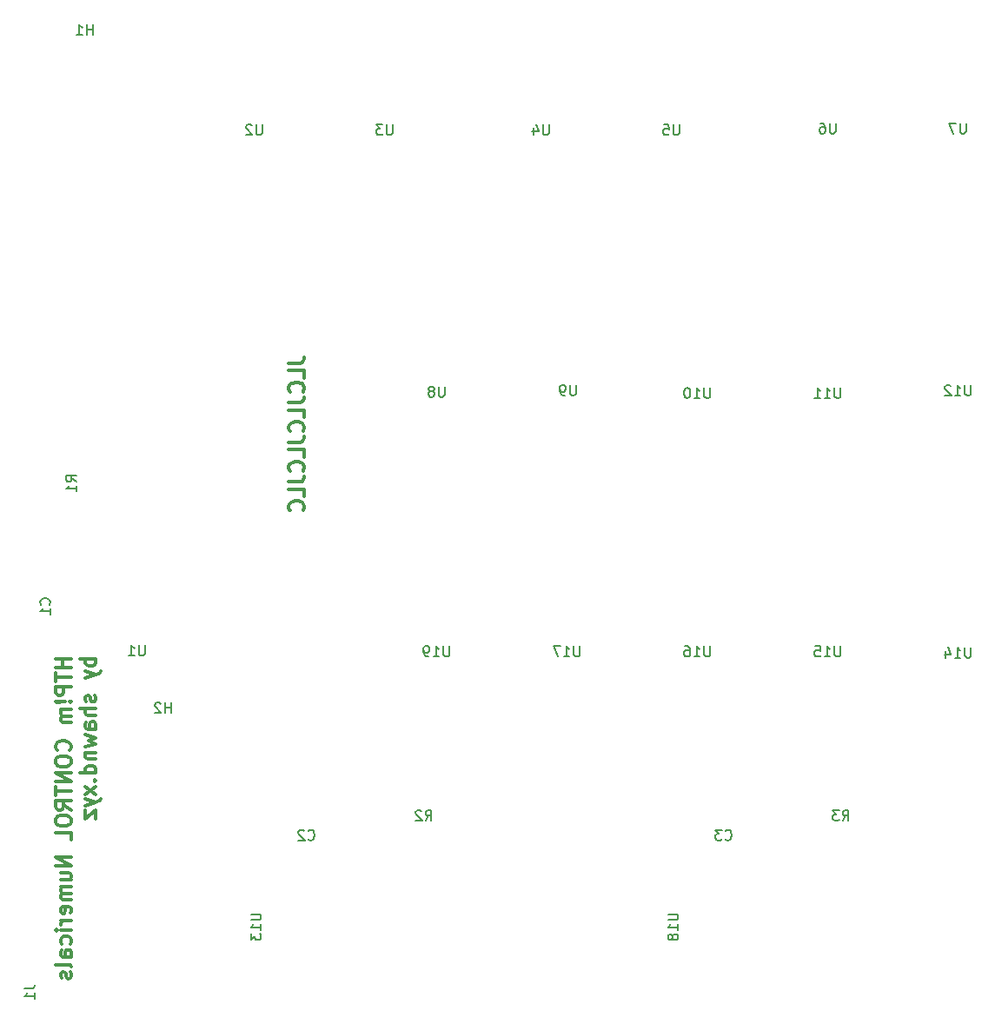
<source format=gbo>
%TF.GenerationSoftware,KiCad,Pcbnew,7.0.8*%
%TF.CreationDate,2023-10-10T01:09:48-07:00*%
%TF.ProjectId,htpm_control_numericals,6874706d-5f63-46f6-9e74-726f6c5f6e75,1*%
%TF.SameCoordinates,Original*%
%TF.FileFunction,Legend,Bot*%
%TF.FilePolarity,Positive*%
%FSLAX46Y46*%
G04 Gerber Fmt 4.6, Leading zero omitted, Abs format (unit mm)*
G04 Created by KiCad (PCBNEW 7.0.8) date 2023-10-10 01:09:48*
%MOMM*%
%LPD*%
G01*
G04 APERTURE LIST*
%ADD10C,0.300000*%
%ADD11C,0.150000*%
G04 APERTURE END LIST*
D10*
X121490828Y-75913082D02*
X122562257Y-75913082D01*
X122562257Y-75913082D02*
X122776542Y-75841653D01*
X122776542Y-75841653D02*
X122919400Y-75698796D01*
X122919400Y-75698796D02*
X122990828Y-75484510D01*
X122990828Y-75484510D02*
X122990828Y-75341653D01*
X122990828Y-77341653D02*
X122990828Y-76627367D01*
X122990828Y-76627367D02*
X121490828Y-76627367D01*
X122847971Y-78698796D02*
X122919400Y-78627368D01*
X122919400Y-78627368D02*
X122990828Y-78413082D01*
X122990828Y-78413082D02*
X122990828Y-78270225D01*
X122990828Y-78270225D02*
X122919400Y-78055939D01*
X122919400Y-78055939D02*
X122776542Y-77913082D01*
X122776542Y-77913082D02*
X122633685Y-77841653D01*
X122633685Y-77841653D02*
X122347971Y-77770225D01*
X122347971Y-77770225D02*
X122133685Y-77770225D01*
X122133685Y-77770225D02*
X121847971Y-77841653D01*
X121847971Y-77841653D02*
X121705114Y-77913082D01*
X121705114Y-77913082D02*
X121562257Y-78055939D01*
X121562257Y-78055939D02*
X121490828Y-78270225D01*
X121490828Y-78270225D02*
X121490828Y-78413082D01*
X121490828Y-78413082D02*
X121562257Y-78627368D01*
X121562257Y-78627368D02*
X121633685Y-78698796D01*
X121490828Y-79770225D02*
X122562257Y-79770225D01*
X122562257Y-79770225D02*
X122776542Y-79698796D01*
X122776542Y-79698796D02*
X122919400Y-79555939D01*
X122919400Y-79555939D02*
X122990828Y-79341653D01*
X122990828Y-79341653D02*
X122990828Y-79198796D01*
X122990828Y-81198796D02*
X122990828Y-80484510D01*
X122990828Y-80484510D02*
X121490828Y-80484510D01*
X122847971Y-82555939D02*
X122919400Y-82484511D01*
X122919400Y-82484511D02*
X122990828Y-82270225D01*
X122990828Y-82270225D02*
X122990828Y-82127368D01*
X122990828Y-82127368D02*
X122919400Y-81913082D01*
X122919400Y-81913082D02*
X122776542Y-81770225D01*
X122776542Y-81770225D02*
X122633685Y-81698796D01*
X122633685Y-81698796D02*
X122347971Y-81627368D01*
X122347971Y-81627368D02*
X122133685Y-81627368D01*
X122133685Y-81627368D02*
X121847971Y-81698796D01*
X121847971Y-81698796D02*
X121705114Y-81770225D01*
X121705114Y-81770225D02*
X121562257Y-81913082D01*
X121562257Y-81913082D02*
X121490828Y-82127368D01*
X121490828Y-82127368D02*
X121490828Y-82270225D01*
X121490828Y-82270225D02*
X121562257Y-82484511D01*
X121562257Y-82484511D02*
X121633685Y-82555939D01*
X121490828Y-83627368D02*
X122562257Y-83627368D01*
X122562257Y-83627368D02*
X122776542Y-83555939D01*
X122776542Y-83555939D02*
X122919400Y-83413082D01*
X122919400Y-83413082D02*
X122990828Y-83198796D01*
X122990828Y-83198796D02*
X122990828Y-83055939D01*
X122990828Y-85055939D02*
X122990828Y-84341653D01*
X122990828Y-84341653D02*
X121490828Y-84341653D01*
X122847971Y-86413082D02*
X122919400Y-86341654D01*
X122919400Y-86341654D02*
X122990828Y-86127368D01*
X122990828Y-86127368D02*
X122990828Y-85984511D01*
X122990828Y-85984511D02*
X122919400Y-85770225D01*
X122919400Y-85770225D02*
X122776542Y-85627368D01*
X122776542Y-85627368D02*
X122633685Y-85555939D01*
X122633685Y-85555939D02*
X122347971Y-85484511D01*
X122347971Y-85484511D02*
X122133685Y-85484511D01*
X122133685Y-85484511D02*
X121847971Y-85555939D01*
X121847971Y-85555939D02*
X121705114Y-85627368D01*
X121705114Y-85627368D02*
X121562257Y-85770225D01*
X121562257Y-85770225D02*
X121490828Y-85984511D01*
X121490828Y-85984511D02*
X121490828Y-86127368D01*
X121490828Y-86127368D02*
X121562257Y-86341654D01*
X121562257Y-86341654D02*
X121633685Y-86413082D01*
X121490828Y-87484511D02*
X122562257Y-87484511D01*
X122562257Y-87484511D02*
X122776542Y-87413082D01*
X122776542Y-87413082D02*
X122919400Y-87270225D01*
X122919400Y-87270225D02*
X122990828Y-87055939D01*
X122990828Y-87055939D02*
X122990828Y-86913082D01*
X122990828Y-88913082D02*
X122990828Y-88198796D01*
X122990828Y-88198796D02*
X121490828Y-88198796D01*
X122847971Y-90270225D02*
X122919400Y-90198797D01*
X122919400Y-90198797D02*
X122990828Y-89984511D01*
X122990828Y-89984511D02*
X122990828Y-89841654D01*
X122990828Y-89841654D02*
X122919400Y-89627368D01*
X122919400Y-89627368D02*
X122776542Y-89484511D01*
X122776542Y-89484511D02*
X122633685Y-89413082D01*
X122633685Y-89413082D02*
X122347971Y-89341654D01*
X122347971Y-89341654D02*
X122133685Y-89341654D01*
X122133685Y-89341654D02*
X121847971Y-89413082D01*
X121847971Y-89413082D02*
X121705114Y-89484511D01*
X121705114Y-89484511D02*
X121562257Y-89627368D01*
X121562257Y-89627368D02*
X121490828Y-89841654D01*
X121490828Y-89841654D02*
X121490828Y-89984511D01*
X121490828Y-89984511D02*
X121562257Y-90198797D01*
X121562257Y-90198797D02*
X121633685Y-90270225D01*
X100255828Y-104694510D02*
X98755828Y-104694510D01*
X99470114Y-104694510D02*
X99470114Y-105551653D01*
X100255828Y-105551653D02*
X98755828Y-105551653D01*
X98755828Y-106051654D02*
X98755828Y-106908797D01*
X100255828Y-106480225D02*
X98755828Y-106480225D01*
X100255828Y-107408796D02*
X98755828Y-107408796D01*
X98755828Y-107408796D02*
X98755828Y-107980225D01*
X98755828Y-107980225D02*
X98827257Y-108123082D01*
X98827257Y-108123082D02*
X98898685Y-108194511D01*
X98898685Y-108194511D02*
X99041542Y-108265939D01*
X99041542Y-108265939D02*
X99255828Y-108265939D01*
X99255828Y-108265939D02*
X99398685Y-108194511D01*
X99398685Y-108194511D02*
X99470114Y-108123082D01*
X99470114Y-108123082D02*
X99541542Y-107980225D01*
X99541542Y-107980225D02*
X99541542Y-107408796D01*
X100112971Y-108908796D02*
X100184400Y-108980225D01*
X100184400Y-108980225D02*
X100255828Y-108908796D01*
X100255828Y-108908796D02*
X100184400Y-108837368D01*
X100184400Y-108837368D02*
X100112971Y-108908796D01*
X100112971Y-108908796D02*
X100255828Y-108908796D01*
X99684400Y-108908796D02*
X98827257Y-108837368D01*
X98827257Y-108837368D02*
X98755828Y-108908796D01*
X98755828Y-108908796D02*
X98827257Y-108980225D01*
X98827257Y-108980225D02*
X99684400Y-108908796D01*
X99684400Y-108908796D02*
X98755828Y-108908796D01*
X100255828Y-109623082D02*
X99255828Y-109623082D01*
X99398685Y-109623082D02*
X99327257Y-109694511D01*
X99327257Y-109694511D02*
X99255828Y-109837368D01*
X99255828Y-109837368D02*
X99255828Y-110051654D01*
X99255828Y-110051654D02*
X99327257Y-110194511D01*
X99327257Y-110194511D02*
X99470114Y-110265940D01*
X99470114Y-110265940D02*
X100255828Y-110265940D01*
X99470114Y-110265940D02*
X99327257Y-110337368D01*
X99327257Y-110337368D02*
X99255828Y-110480225D01*
X99255828Y-110480225D02*
X99255828Y-110694511D01*
X99255828Y-110694511D02*
X99327257Y-110837368D01*
X99327257Y-110837368D02*
X99470114Y-110908797D01*
X99470114Y-110908797D02*
X100255828Y-110908797D01*
X100112971Y-113623082D02*
X100184400Y-113551654D01*
X100184400Y-113551654D02*
X100255828Y-113337368D01*
X100255828Y-113337368D02*
X100255828Y-113194511D01*
X100255828Y-113194511D02*
X100184400Y-112980225D01*
X100184400Y-112980225D02*
X100041542Y-112837368D01*
X100041542Y-112837368D02*
X99898685Y-112765939D01*
X99898685Y-112765939D02*
X99612971Y-112694511D01*
X99612971Y-112694511D02*
X99398685Y-112694511D01*
X99398685Y-112694511D02*
X99112971Y-112765939D01*
X99112971Y-112765939D02*
X98970114Y-112837368D01*
X98970114Y-112837368D02*
X98827257Y-112980225D01*
X98827257Y-112980225D02*
X98755828Y-113194511D01*
X98755828Y-113194511D02*
X98755828Y-113337368D01*
X98755828Y-113337368D02*
X98827257Y-113551654D01*
X98827257Y-113551654D02*
X98898685Y-113623082D01*
X98755828Y-114551654D02*
X98755828Y-114837368D01*
X98755828Y-114837368D02*
X98827257Y-114980225D01*
X98827257Y-114980225D02*
X98970114Y-115123082D01*
X98970114Y-115123082D02*
X99255828Y-115194511D01*
X99255828Y-115194511D02*
X99755828Y-115194511D01*
X99755828Y-115194511D02*
X100041542Y-115123082D01*
X100041542Y-115123082D02*
X100184400Y-114980225D01*
X100184400Y-114980225D02*
X100255828Y-114837368D01*
X100255828Y-114837368D02*
X100255828Y-114551654D01*
X100255828Y-114551654D02*
X100184400Y-114408797D01*
X100184400Y-114408797D02*
X100041542Y-114265939D01*
X100041542Y-114265939D02*
X99755828Y-114194511D01*
X99755828Y-114194511D02*
X99255828Y-114194511D01*
X99255828Y-114194511D02*
X98970114Y-114265939D01*
X98970114Y-114265939D02*
X98827257Y-114408797D01*
X98827257Y-114408797D02*
X98755828Y-114551654D01*
X100255828Y-115837368D02*
X98755828Y-115837368D01*
X98755828Y-115837368D02*
X100255828Y-116694511D01*
X100255828Y-116694511D02*
X98755828Y-116694511D01*
X98755828Y-117194512D02*
X98755828Y-118051655D01*
X100255828Y-117623083D02*
X98755828Y-117623083D01*
X100255828Y-119408797D02*
X99541542Y-118908797D01*
X100255828Y-118551654D02*
X98755828Y-118551654D01*
X98755828Y-118551654D02*
X98755828Y-119123083D01*
X98755828Y-119123083D02*
X98827257Y-119265940D01*
X98827257Y-119265940D02*
X98898685Y-119337369D01*
X98898685Y-119337369D02*
X99041542Y-119408797D01*
X99041542Y-119408797D02*
X99255828Y-119408797D01*
X99255828Y-119408797D02*
X99398685Y-119337369D01*
X99398685Y-119337369D02*
X99470114Y-119265940D01*
X99470114Y-119265940D02*
X99541542Y-119123083D01*
X99541542Y-119123083D02*
X99541542Y-118551654D01*
X98755828Y-120337369D02*
X98755828Y-120623083D01*
X98755828Y-120623083D02*
X98827257Y-120765940D01*
X98827257Y-120765940D02*
X98970114Y-120908797D01*
X98970114Y-120908797D02*
X99255828Y-120980226D01*
X99255828Y-120980226D02*
X99755828Y-120980226D01*
X99755828Y-120980226D02*
X100041542Y-120908797D01*
X100041542Y-120908797D02*
X100184400Y-120765940D01*
X100184400Y-120765940D02*
X100255828Y-120623083D01*
X100255828Y-120623083D02*
X100255828Y-120337369D01*
X100255828Y-120337369D02*
X100184400Y-120194512D01*
X100184400Y-120194512D02*
X100041542Y-120051654D01*
X100041542Y-120051654D02*
X99755828Y-119980226D01*
X99755828Y-119980226D02*
X99255828Y-119980226D01*
X99255828Y-119980226D02*
X98970114Y-120051654D01*
X98970114Y-120051654D02*
X98827257Y-120194512D01*
X98827257Y-120194512D02*
X98755828Y-120337369D01*
X100255828Y-122337369D02*
X100255828Y-121623083D01*
X100255828Y-121623083D02*
X98755828Y-121623083D01*
X100255828Y-123980226D02*
X98755828Y-123980226D01*
X98755828Y-123980226D02*
X100255828Y-124837369D01*
X100255828Y-124837369D02*
X98755828Y-124837369D01*
X99255828Y-126194513D02*
X100255828Y-126194513D01*
X99255828Y-125551655D02*
X100041542Y-125551655D01*
X100041542Y-125551655D02*
X100184400Y-125623084D01*
X100184400Y-125623084D02*
X100255828Y-125765941D01*
X100255828Y-125765941D02*
X100255828Y-125980227D01*
X100255828Y-125980227D02*
X100184400Y-126123084D01*
X100184400Y-126123084D02*
X100112971Y-126194513D01*
X100255828Y-126908798D02*
X99255828Y-126908798D01*
X99398685Y-126908798D02*
X99327257Y-126980227D01*
X99327257Y-126980227D02*
X99255828Y-127123084D01*
X99255828Y-127123084D02*
X99255828Y-127337370D01*
X99255828Y-127337370D02*
X99327257Y-127480227D01*
X99327257Y-127480227D02*
X99470114Y-127551656D01*
X99470114Y-127551656D02*
X100255828Y-127551656D01*
X99470114Y-127551656D02*
X99327257Y-127623084D01*
X99327257Y-127623084D02*
X99255828Y-127765941D01*
X99255828Y-127765941D02*
X99255828Y-127980227D01*
X99255828Y-127980227D02*
X99327257Y-128123084D01*
X99327257Y-128123084D02*
X99470114Y-128194513D01*
X99470114Y-128194513D02*
X100255828Y-128194513D01*
X100184400Y-129480227D02*
X100255828Y-129337370D01*
X100255828Y-129337370D02*
X100255828Y-129051656D01*
X100255828Y-129051656D02*
X100184400Y-128908798D01*
X100184400Y-128908798D02*
X100041542Y-128837370D01*
X100041542Y-128837370D02*
X99470114Y-128837370D01*
X99470114Y-128837370D02*
X99327257Y-128908798D01*
X99327257Y-128908798D02*
X99255828Y-129051656D01*
X99255828Y-129051656D02*
X99255828Y-129337370D01*
X99255828Y-129337370D02*
X99327257Y-129480227D01*
X99327257Y-129480227D02*
X99470114Y-129551656D01*
X99470114Y-129551656D02*
X99612971Y-129551656D01*
X99612971Y-129551656D02*
X99755828Y-128837370D01*
X100255828Y-130194512D02*
X99255828Y-130194512D01*
X99541542Y-130194512D02*
X99398685Y-130265941D01*
X99398685Y-130265941D02*
X99327257Y-130337370D01*
X99327257Y-130337370D02*
X99255828Y-130480227D01*
X99255828Y-130480227D02*
X99255828Y-130623084D01*
X100255828Y-131123083D02*
X99255828Y-131123083D01*
X98755828Y-131123083D02*
X98827257Y-131051655D01*
X98827257Y-131051655D02*
X98898685Y-131123083D01*
X98898685Y-131123083D02*
X98827257Y-131194512D01*
X98827257Y-131194512D02*
X98755828Y-131123083D01*
X98755828Y-131123083D02*
X98898685Y-131123083D01*
X100184400Y-132480227D02*
X100255828Y-132337369D01*
X100255828Y-132337369D02*
X100255828Y-132051655D01*
X100255828Y-132051655D02*
X100184400Y-131908798D01*
X100184400Y-131908798D02*
X100112971Y-131837369D01*
X100112971Y-131837369D02*
X99970114Y-131765941D01*
X99970114Y-131765941D02*
X99541542Y-131765941D01*
X99541542Y-131765941D02*
X99398685Y-131837369D01*
X99398685Y-131837369D02*
X99327257Y-131908798D01*
X99327257Y-131908798D02*
X99255828Y-132051655D01*
X99255828Y-132051655D02*
X99255828Y-132337369D01*
X99255828Y-132337369D02*
X99327257Y-132480227D01*
X100255828Y-133765941D02*
X99470114Y-133765941D01*
X99470114Y-133765941D02*
X99327257Y-133694512D01*
X99327257Y-133694512D02*
X99255828Y-133551655D01*
X99255828Y-133551655D02*
X99255828Y-133265941D01*
X99255828Y-133265941D02*
X99327257Y-133123083D01*
X100184400Y-133765941D02*
X100255828Y-133623083D01*
X100255828Y-133623083D02*
X100255828Y-133265941D01*
X100255828Y-133265941D02*
X100184400Y-133123083D01*
X100184400Y-133123083D02*
X100041542Y-133051655D01*
X100041542Y-133051655D02*
X99898685Y-133051655D01*
X99898685Y-133051655D02*
X99755828Y-133123083D01*
X99755828Y-133123083D02*
X99684400Y-133265941D01*
X99684400Y-133265941D02*
X99684400Y-133623083D01*
X99684400Y-133623083D02*
X99612971Y-133765941D01*
X100255828Y-134694512D02*
X100184400Y-134551655D01*
X100184400Y-134551655D02*
X100041542Y-134480226D01*
X100041542Y-134480226D02*
X98755828Y-134480226D01*
X100184400Y-135194512D02*
X100255828Y-135337369D01*
X100255828Y-135337369D02*
X100255828Y-135623083D01*
X100255828Y-135623083D02*
X100184400Y-135765940D01*
X100184400Y-135765940D02*
X100041542Y-135837369D01*
X100041542Y-135837369D02*
X99970114Y-135837369D01*
X99970114Y-135837369D02*
X99827257Y-135765940D01*
X99827257Y-135765940D02*
X99755828Y-135623083D01*
X99755828Y-135623083D02*
X99755828Y-135408798D01*
X99755828Y-135408798D02*
X99684400Y-135265940D01*
X99684400Y-135265940D02*
X99541542Y-135194512D01*
X99541542Y-135194512D02*
X99470114Y-135194512D01*
X99470114Y-135194512D02*
X99327257Y-135265940D01*
X99327257Y-135265940D02*
X99255828Y-135408798D01*
X99255828Y-135408798D02*
X99255828Y-135623083D01*
X99255828Y-135623083D02*
X99327257Y-135765940D01*
X102670828Y-104694510D02*
X101170828Y-104694510D01*
X101742257Y-104694510D02*
X101670828Y-104837368D01*
X101670828Y-104837368D02*
X101670828Y-105123082D01*
X101670828Y-105123082D02*
X101742257Y-105265939D01*
X101742257Y-105265939D02*
X101813685Y-105337368D01*
X101813685Y-105337368D02*
X101956542Y-105408796D01*
X101956542Y-105408796D02*
X102385114Y-105408796D01*
X102385114Y-105408796D02*
X102527971Y-105337368D01*
X102527971Y-105337368D02*
X102599400Y-105265939D01*
X102599400Y-105265939D02*
X102670828Y-105123082D01*
X102670828Y-105123082D02*
X102670828Y-104837368D01*
X102670828Y-104837368D02*
X102599400Y-104694510D01*
X101670828Y-105908796D02*
X102670828Y-106265939D01*
X101670828Y-106623082D02*
X102670828Y-106265939D01*
X102670828Y-106265939D02*
X103027971Y-106123082D01*
X103027971Y-106123082D02*
X103099400Y-106051653D01*
X103099400Y-106051653D02*
X103170828Y-105908796D01*
X102599400Y-108265939D02*
X102670828Y-108408796D01*
X102670828Y-108408796D02*
X102670828Y-108694510D01*
X102670828Y-108694510D02*
X102599400Y-108837367D01*
X102599400Y-108837367D02*
X102456542Y-108908796D01*
X102456542Y-108908796D02*
X102385114Y-108908796D01*
X102385114Y-108908796D02*
X102242257Y-108837367D01*
X102242257Y-108837367D02*
X102170828Y-108694510D01*
X102170828Y-108694510D02*
X102170828Y-108480225D01*
X102170828Y-108480225D02*
X102099400Y-108337367D01*
X102099400Y-108337367D02*
X101956542Y-108265939D01*
X101956542Y-108265939D02*
X101885114Y-108265939D01*
X101885114Y-108265939D02*
X101742257Y-108337367D01*
X101742257Y-108337367D02*
X101670828Y-108480225D01*
X101670828Y-108480225D02*
X101670828Y-108694510D01*
X101670828Y-108694510D02*
X101742257Y-108837367D01*
X102670828Y-109551653D02*
X101170828Y-109551653D01*
X102670828Y-110194511D02*
X101885114Y-110194511D01*
X101885114Y-110194511D02*
X101742257Y-110123082D01*
X101742257Y-110123082D02*
X101670828Y-109980225D01*
X101670828Y-109980225D02*
X101670828Y-109765939D01*
X101670828Y-109765939D02*
X101742257Y-109623082D01*
X101742257Y-109623082D02*
X101813685Y-109551653D01*
X102670828Y-111551654D02*
X101885114Y-111551654D01*
X101885114Y-111551654D02*
X101742257Y-111480225D01*
X101742257Y-111480225D02*
X101670828Y-111337368D01*
X101670828Y-111337368D02*
X101670828Y-111051654D01*
X101670828Y-111051654D02*
X101742257Y-110908796D01*
X102599400Y-111551654D02*
X102670828Y-111408796D01*
X102670828Y-111408796D02*
X102670828Y-111051654D01*
X102670828Y-111051654D02*
X102599400Y-110908796D01*
X102599400Y-110908796D02*
X102456542Y-110837368D01*
X102456542Y-110837368D02*
X102313685Y-110837368D01*
X102313685Y-110837368D02*
X102170828Y-110908796D01*
X102170828Y-110908796D02*
X102099400Y-111051654D01*
X102099400Y-111051654D02*
X102099400Y-111408796D01*
X102099400Y-111408796D02*
X102027971Y-111551654D01*
X101670828Y-112123082D02*
X102670828Y-112408797D01*
X102670828Y-112408797D02*
X101956542Y-112694511D01*
X101956542Y-112694511D02*
X102670828Y-112980225D01*
X102670828Y-112980225D02*
X101670828Y-113265939D01*
X101670828Y-113837368D02*
X102670828Y-113837368D01*
X101813685Y-113837368D02*
X101742257Y-113908797D01*
X101742257Y-113908797D02*
X101670828Y-114051654D01*
X101670828Y-114051654D02*
X101670828Y-114265940D01*
X101670828Y-114265940D02*
X101742257Y-114408797D01*
X101742257Y-114408797D02*
X101885114Y-114480226D01*
X101885114Y-114480226D02*
X102670828Y-114480226D01*
X102670828Y-115837369D02*
X101170828Y-115837369D01*
X102599400Y-115837369D02*
X102670828Y-115694511D01*
X102670828Y-115694511D02*
X102670828Y-115408797D01*
X102670828Y-115408797D02*
X102599400Y-115265940D01*
X102599400Y-115265940D02*
X102527971Y-115194511D01*
X102527971Y-115194511D02*
X102385114Y-115123083D01*
X102385114Y-115123083D02*
X101956542Y-115123083D01*
X101956542Y-115123083D02*
X101813685Y-115194511D01*
X101813685Y-115194511D02*
X101742257Y-115265940D01*
X101742257Y-115265940D02*
X101670828Y-115408797D01*
X101670828Y-115408797D02*
X101670828Y-115694511D01*
X101670828Y-115694511D02*
X101742257Y-115837369D01*
X102527971Y-116551654D02*
X102599400Y-116623083D01*
X102599400Y-116623083D02*
X102670828Y-116551654D01*
X102670828Y-116551654D02*
X102599400Y-116480226D01*
X102599400Y-116480226D02*
X102527971Y-116551654D01*
X102527971Y-116551654D02*
X102670828Y-116551654D01*
X102670828Y-117123083D02*
X101670828Y-117908798D01*
X101670828Y-117123083D02*
X102670828Y-117908798D01*
X101670828Y-118337369D02*
X102670828Y-118694512D01*
X101670828Y-119051655D02*
X102670828Y-118694512D01*
X102670828Y-118694512D02*
X103027971Y-118551655D01*
X103027971Y-118551655D02*
X103099400Y-118480226D01*
X103099400Y-118480226D02*
X103170828Y-118337369D01*
X101670828Y-119480226D02*
X101670828Y-120265941D01*
X101670828Y-120265941D02*
X102670828Y-119480226D01*
X102670828Y-119480226D02*
X102670828Y-120265941D01*
D11*
X109981904Y-109984819D02*
X109981904Y-108984819D01*
X109981904Y-109461009D02*
X109410476Y-109461009D01*
X109410476Y-109984819D02*
X109410476Y-108984819D01*
X108981904Y-109080057D02*
X108934285Y-109032438D01*
X108934285Y-109032438D02*
X108839047Y-108984819D01*
X108839047Y-108984819D02*
X108600952Y-108984819D01*
X108600952Y-108984819D02*
X108505714Y-109032438D01*
X108505714Y-109032438D02*
X108458095Y-109080057D01*
X108458095Y-109080057D02*
X108410476Y-109175295D01*
X108410476Y-109175295D02*
X108410476Y-109270533D01*
X108410476Y-109270533D02*
X108458095Y-109413390D01*
X108458095Y-109413390D02*
X109029523Y-109984819D01*
X109029523Y-109984819D02*
X108410476Y-109984819D01*
X187928094Y-78067219D02*
X187928094Y-78876742D01*
X187928094Y-78876742D02*
X187880475Y-78971980D01*
X187880475Y-78971980D02*
X187832856Y-79019600D01*
X187832856Y-79019600D02*
X187737618Y-79067219D01*
X187737618Y-79067219D02*
X187547142Y-79067219D01*
X187547142Y-79067219D02*
X187451904Y-79019600D01*
X187451904Y-79019600D02*
X187404285Y-78971980D01*
X187404285Y-78971980D02*
X187356666Y-78876742D01*
X187356666Y-78876742D02*
X187356666Y-78067219D01*
X186356666Y-79067219D02*
X186928094Y-79067219D01*
X186642380Y-79067219D02*
X186642380Y-78067219D01*
X186642380Y-78067219D02*
X186737618Y-78210076D01*
X186737618Y-78210076D02*
X186832856Y-78305314D01*
X186832856Y-78305314D02*
X186928094Y-78352933D01*
X185975713Y-78162457D02*
X185928094Y-78114838D01*
X185928094Y-78114838D02*
X185832856Y-78067219D01*
X185832856Y-78067219D02*
X185594761Y-78067219D01*
X185594761Y-78067219D02*
X185499523Y-78114838D01*
X185499523Y-78114838D02*
X185451904Y-78162457D01*
X185451904Y-78162457D02*
X185404285Y-78257695D01*
X185404285Y-78257695D02*
X185404285Y-78352933D01*
X185404285Y-78352933D02*
X185451904Y-78495790D01*
X185451904Y-78495790D02*
X186023332Y-79067219D01*
X186023332Y-79067219D02*
X185404285Y-79067219D01*
X187928094Y-103594819D02*
X187928094Y-104404342D01*
X187928094Y-104404342D02*
X187880475Y-104499580D01*
X187880475Y-104499580D02*
X187832856Y-104547200D01*
X187832856Y-104547200D02*
X187737618Y-104594819D01*
X187737618Y-104594819D02*
X187547142Y-104594819D01*
X187547142Y-104594819D02*
X187451904Y-104547200D01*
X187451904Y-104547200D02*
X187404285Y-104499580D01*
X187404285Y-104499580D02*
X187356666Y-104404342D01*
X187356666Y-104404342D02*
X187356666Y-103594819D01*
X186356666Y-104594819D02*
X186928094Y-104594819D01*
X186642380Y-104594819D02*
X186642380Y-103594819D01*
X186642380Y-103594819D02*
X186737618Y-103737676D01*
X186737618Y-103737676D02*
X186832856Y-103832914D01*
X186832856Y-103832914D02*
X186928094Y-103880533D01*
X185499523Y-103928152D02*
X185499523Y-104594819D01*
X185737618Y-103547200D02*
X185975713Y-104261485D01*
X185975713Y-104261485D02*
X185356666Y-104261485D01*
X162528094Y-103472319D02*
X162528094Y-104281842D01*
X162528094Y-104281842D02*
X162480475Y-104377080D01*
X162480475Y-104377080D02*
X162432856Y-104424700D01*
X162432856Y-104424700D02*
X162337618Y-104472319D01*
X162337618Y-104472319D02*
X162147142Y-104472319D01*
X162147142Y-104472319D02*
X162051904Y-104424700D01*
X162051904Y-104424700D02*
X162004285Y-104377080D01*
X162004285Y-104377080D02*
X161956666Y-104281842D01*
X161956666Y-104281842D02*
X161956666Y-103472319D01*
X160956666Y-104472319D02*
X161528094Y-104472319D01*
X161242380Y-104472319D02*
X161242380Y-103472319D01*
X161242380Y-103472319D02*
X161337618Y-103615176D01*
X161337618Y-103615176D02*
X161432856Y-103710414D01*
X161432856Y-103710414D02*
X161528094Y-103758033D01*
X160099523Y-103472319D02*
X160289999Y-103472319D01*
X160289999Y-103472319D02*
X160385237Y-103519938D01*
X160385237Y-103519938D02*
X160432856Y-103567557D01*
X160432856Y-103567557D02*
X160528094Y-103710414D01*
X160528094Y-103710414D02*
X160575713Y-103900890D01*
X160575713Y-103900890D02*
X160575713Y-104281842D01*
X160575713Y-104281842D02*
X160528094Y-104377080D01*
X160528094Y-104377080D02*
X160480475Y-104424700D01*
X160480475Y-104424700D02*
X160385237Y-104472319D01*
X160385237Y-104472319D02*
X160194761Y-104472319D01*
X160194761Y-104472319D02*
X160099523Y-104424700D01*
X160099523Y-104424700D02*
X160051904Y-104377080D01*
X160051904Y-104377080D02*
X160004285Y-104281842D01*
X160004285Y-104281842D02*
X160004285Y-104043747D01*
X160004285Y-104043747D02*
X160051904Y-103948509D01*
X160051904Y-103948509D02*
X160099523Y-103900890D01*
X160099523Y-103900890D02*
X160194761Y-103853271D01*
X160194761Y-103853271D02*
X160385237Y-103853271D01*
X160385237Y-103853271D02*
X160480475Y-103900890D01*
X160480475Y-103900890D02*
X160528094Y-103948509D01*
X160528094Y-103948509D02*
X160575713Y-104043747D01*
X175228094Y-78317319D02*
X175228094Y-79126842D01*
X175228094Y-79126842D02*
X175180475Y-79222080D01*
X175180475Y-79222080D02*
X175132856Y-79269700D01*
X175132856Y-79269700D02*
X175037618Y-79317319D01*
X175037618Y-79317319D02*
X174847142Y-79317319D01*
X174847142Y-79317319D02*
X174751904Y-79269700D01*
X174751904Y-79269700D02*
X174704285Y-79222080D01*
X174704285Y-79222080D02*
X174656666Y-79126842D01*
X174656666Y-79126842D02*
X174656666Y-78317319D01*
X173656666Y-79317319D02*
X174228094Y-79317319D01*
X173942380Y-79317319D02*
X173942380Y-78317319D01*
X173942380Y-78317319D02*
X174037618Y-78460176D01*
X174037618Y-78460176D02*
X174132856Y-78555414D01*
X174132856Y-78555414D02*
X174228094Y-78603033D01*
X172704285Y-79317319D02*
X173275713Y-79317319D01*
X172989999Y-79317319D02*
X172989999Y-78317319D01*
X172989999Y-78317319D02*
X173085237Y-78460176D01*
X173085237Y-78460176D02*
X173180475Y-78555414D01*
X173180475Y-78555414D02*
X173275713Y-78603033D01*
X149828094Y-103472319D02*
X149828094Y-104281842D01*
X149828094Y-104281842D02*
X149780475Y-104377080D01*
X149780475Y-104377080D02*
X149732856Y-104424700D01*
X149732856Y-104424700D02*
X149637618Y-104472319D01*
X149637618Y-104472319D02*
X149447142Y-104472319D01*
X149447142Y-104472319D02*
X149351904Y-104424700D01*
X149351904Y-104424700D02*
X149304285Y-104377080D01*
X149304285Y-104377080D02*
X149256666Y-104281842D01*
X149256666Y-104281842D02*
X149256666Y-103472319D01*
X148256666Y-104472319D02*
X148828094Y-104472319D01*
X148542380Y-104472319D02*
X148542380Y-103472319D01*
X148542380Y-103472319D02*
X148637618Y-103615176D01*
X148637618Y-103615176D02*
X148732856Y-103710414D01*
X148732856Y-103710414D02*
X148828094Y-103758033D01*
X147923332Y-103472319D02*
X147256666Y-103472319D01*
X147256666Y-103472319D02*
X147685237Y-104472319D01*
X102361904Y-43944819D02*
X102361904Y-42944819D01*
X102361904Y-43421009D02*
X101790476Y-43421009D01*
X101790476Y-43944819D02*
X101790476Y-42944819D01*
X100790476Y-43944819D02*
X101361904Y-43944819D01*
X101076190Y-43944819D02*
X101076190Y-42944819D01*
X101076190Y-42944819D02*
X101171428Y-43087676D01*
X101171428Y-43087676D02*
X101266666Y-43182914D01*
X101266666Y-43182914D02*
X101361904Y-43230533D01*
X134786666Y-120454819D02*
X135119999Y-119978628D01*
X135358094Y-120454819D02*
X135358094Y-119454819D01*
X135358094Y-119454819D02*
X134977142Y-119454819D01*
X134977142Y-119454819D02*
X134881904Y-119502438D01*
X134881904Y-119502438D02*
X134834285Y-119550057D01*
X134834285Y-119550057D02*
X134786666Y-119645295D01*
X134786666Y-119645295D02*
X134786666Y-119788152D01*
X134786666Y-119788152D02*
X134834285Y-119883390D01*
X134834285Y-119883390D02*
X134881904Y-119931009D01*
X134881904Y-119931009D02*
X134977142Y-119978628D01*
X134977142Y-119978628D02*
X135358094Y-119978628D01*
X134405713Y-119550057D02*
X134358094Y-119502438D01*
X134358094Y-119502438D02*
X134262856Y-119454819D01*
X134262856Y-119454819D02*
X134024761Y-119454819D01*
X134024761Y-119454819D02*
X133929523Y-119502438D01*
X133929523Y-119502438D02*
X133881904Y-119550057D01*
X133881904Y-119550057D02*
X133834285Y-119645295D01*
X133834285Y-119645295D02*
X133834285Y-119740533D01*
X133834285Y-119740533D02*
X133881904Y-119883390D01*
X133881904Y-119883390D02*
X134453332Y-120454819D01*
X134453332Y-120454819D02*
X133834285Y-120454819D01*
X175426666Y-120454819D02*
X175759999Y-119978628D01*
X175998094Y-120454819D02*
X175998094Y-119454819D01*
X175998094Y-119454819D02*
X175617142Y-119454819D01*
X175617142Y-119454819D02*
X175521904Y-119502438D01*
X175521904Y-119502438D02*
X175474285Y-119550057D01*
X175474285Y-119550057D02*
X175426666Y-119645295D01*
X175426666Y-119645295D02*
X175426666Y-119788152D01*
X175426666Y-119788152D02*
X175474285Y-119883390D01*
X175474285Y-119883390D02*
X175521904Y-119931009D01*
X175521904Y-119931009D02*
X175617142Y-119978628D01*
X175617142Y-119978628D02*
X175998094Y-119978628D01*
X175093332Y-119454819D02*
X174474285Y-119454819D01*
X174474285Y-119454819D02*
X174807618Y-119835771D01*
X174807618Y-119835771D02*
X174664761Y-119835771D01*
X174664761Y-119835771D02*
X174569523Y-119883390D01*
X174569523Y-119883390D02*
X174521904Y-119931009D01*
X174521904Y-119931009D02*
X174474285Y-120026247D01*
X174474285Y-120026247D02*
X174474285Y-120264342D01*
X174474285Y-120264342D02*
X174521904Y-120359580D01*
X174521904Y-120359580D02*
X174569523Y-120407200D01*
X174569523Y-120407200D02*
X174664761Y-120454819D01*
X174664761Y-120454819D02*
X174950475Y-120454819D01*
X174950475Y-120454819D02*
X175045713Y-120407200D01*
X175045713Y-120407200D02*
X175093332Y-120359580D01*
X117774819Y-129571905D02*
X118584342Y-129571905D01*
X118584342Y-129571905D02*
X118679580Y-129619524D01*
X118679580Y-129619524D02*
X118727200Y-129667143D01*
X118727200Y-129667143D02*
X118774819Y-129762381D01*
X118774819Y-129762381D02*
X118774819Y-129952857D01*
X118774819Y-129952857D02*
X118727200Y-130048095D01*
X118727200Y-130048095D02*
X118679580Y-130095714D01*
X118679580Y-130095714D02*
X118584342Y-130143333D01*
X118584342Y-130143333D02*
X117774819Y-130143333D01*
X118774819Y-131143333D02*
X118774819Y-130571905D01*
X118774819Y-130857619D02*
X117774819Y-130857619D01*
X117774819Y-130857619D02*
X117917676Y-130762381D01*
X117917676Y-130762381D02*
X118012914Y-130667143D01*
X118012914Y-130667143D02*
X118060533Y-130571905D01*
X117774819Y-131476667D02*
X117774819Y-132095714D01*
X117774819Y-132095714D02*
X118155771Y-131762381D01*
X118155771Y-131762381D02*
X118155771Y-131905238D01*
X118155771Y-131905238D02*
X118203390Y-132000476D01*
X118203390Y-132000476D02*
X118251009Y-132048095D01*
X118251009Y-132048095D02*
X118346247Y-132095714D01*
X118346247Y-132095714D02*
X118584342Y-132095714D01*
X118584342Y-132095714D02*
X118679580Y-132048095D01*
X118679580Y-132048095D02*
X118727200Y-132000476D01*
X118727200Y-132000476D02*
X118774819Y-131905238D01*
X118774819Y-131905238D02*
X118774819Y-131619524D01*
X118774819Y-131619524D02*
X118727200Y-131524286D01*
X118727200Y-131524286D02*
X118679580Y-131476667D01*
X107441904Y-103384819D02*
X107441904Y-104194342D01*
X107441904Y-104194342D02*
X107394285Y-104289580D01*
X107394285Y-104289580D02*
X107346666Y-104337200D01*
X107346666Y-104337200D02*
X107251428Y-104384819D01*
X107251428Y-104384819D02*
X107060952Y-104384819D01*
X107060952Y-104384819D02*
X106965714Y-104337200D01*
X106965714Y-104337200D02*
X106918095Y-104289580D01*
X106918095Y-104289580D02*
X106870476Y-104194342D01*
X106870476Y-104194342D02*
X106870476Y-103384819D01*
X105870476Y-104384819D02*
X106441904Y-104384819D01*
X106156190Y-104384819D02*
X106156190Y-103384819D01*
X106156190Y-103384819D02*
X106251428Y-103527676D01*
X106251428Y-103527676D02*
X106346666Y-103622914D01*
X106346666Y-103622914D02*
X106441904Y-103670533D01*
X100784819Y-87463333D02*
X100308628Y-87130000D01*
X100784819Y-86891905D02*
X99784819Y-86891905D01*
X99784819Y-86891905D02*
X99784819Y-87272857D01*
X99784819Y-87272857D02*
X99832438Y-87368095D01*
X99832438Y-87368095D02*
X99880057Y-87415714D01*
X99880057Y-87415714D02*
X99975295Y-87463333D01*
X99975295Y-87463333D02*
X100118152Y-87463333D01*
X100118152Y-87463333D02*
X100213390Y-87415714D01*
X100213390Y-87415714D02*
X100261009Y-87368095D01*
X100261009Y-87368095D02*
X100308628Y-87272857D01*
X100308628Y-87272857D02*
X100308628Y-86891905D01*
X100784819Y-88415714D02*
X100784819Y-87844286D01*
X100784819Y-88130000D02*
X99784819Y-88130000D01*
X99784819Y-88130000D02*
X99927676Y-88034762D01*
X99927676Y-88034762D02*
X100022914Y-87939524D01*
X100022914Y-87939524D02*
X100070533Y-87844286D01*
X159511904Y-52672319D02*
X159511904Y-53481842D01*
X159511904Y-53481842D02*
X159464285Y-53577080D01*
X159464285Y-53577080D02*
X159416666Y-53624700D01*
X159416666Y-53624700D02*
X159321428Y-53672319D01*
X159321428Y-53672319D02*
X159130952Y-53672319D01*
X159130952Y-53672319D02*
X159035714Y-53624700D01*
X159035714Y-53624700D02*
X158988095Y-53577080D01*
X158988095Y-53577080D02*
X158940476Y-53481842D01*
X158940476Y-53481842D02*
X158940476Y-52672319D01*
X157988095Y-52672319D02*
X158464285Y-52672319D01*
X158464285Y-52672319D02*
X158511904Y-53148509D01*
X158511904Y-53148509D02*
X158464285Y-53100890D01*
X158464285Y-53100890D02*
X158369047Y-53053271D01*
X158369047Y-53053271D02*
X158130952Y-53053271D01*
X158130952Y-53053271D02*
X158035714Y-53100890D01*
X158035714Y-53100890D02*
X157988095Y-53148509D01*
X157988095Y-53148509D02*
X157940476Y-53243747D01*
X157940476Y-53243747D02*
X157940476Y-53481842D01*
X157940476Y-53481842D02*
X157988095Y-53577080D01*
X157988095Y-53577080D02*
X158035714Y-53624700D01*
X158035714Y-53624700D02*
X158130952Y-53672319D01*
X158130952Y-53672319D02*
X158369047Y-53672319D01*
X158369047Y-53672319D02*
X158464285Y-53624700D01*
X158464285Y-53624700D02*
X158511904Y-53577080D01*
X137128094Y-103472319D02*
X137128094Y-104281842D01*
X137128094Y-104281842D02*
X137080475Y-104377080D01*
X137080475Y-104377080D02*
X137032856Y-104424700D01*
X137032856Y-104424700D02*
X136937618Y-104472319D01*
X136937618Y-104472319D02*
X136747142Y-104472319D01*
X136747142Y-104472319D02*
X136651904Y-104424700D01*
X136651904Y-104424700D02*
X136604285Y-104377080D01*
X136604285Y-104377080D02*
X136556666Y-104281842D01*
X136556666Y-104281842D02*
X136556666Y-103472319D01*
X135556666Y-104472319D02*
X136128094Y-104472319D01*
X135842380Y-104472319D02*
X135842380Y-103472319D01*
X135842380Y-103472319D02*
X135937618Y-103615176D01*
X135937618Y-103615176D02*
X136032856Y-103710414D01*
X136032856Y-103710414D02*
X136128094Y-103758033D01*
X135080475Y-104472319D02*
X134889999Y-104472319D01*
X134889999Y-104472319D02*
X134794761Y-104424700D01*
X134794761Y-104424700D02*
X134747142Y-104377080D01*
X134747142Y-104377080D02*
X134651904Y-104234223D01*
X134651904Y-104234223D02*
X134604285Y-104043747D01*
X134604285Y-104043747D02*
X134604285Y-103662795D01*
X134604285Y-103662795D02*
X134651904Y-103567557D01*
X134651904Y-103567557D02*
X134699523Y-103519938D01*
X134699523Y-103519938D02*
X134794761Y-103472319D01*
X134794761Y-103472319D02*
X134985237Y-103472319D01*
X134985237Y-103472319D02*
X135080475Y-103519938D01*
X135080475Y-103519938D02*
X135128094Y-103567557D01*
X135128094Y-103567557D02*
X135175713Y-103662795D01*
X135175713Y-103662795D02*
X135175713Y-103900890D01*
X135175713Y-103900890D02*
X135128094Y-103996128D01*
X135128094Y-103996128D02*
X135080475Y-104043747D01*
X135080475Y-104043747D02*
X134985237Y-104091366D01*
X134985237Y-104091366D02*
X134794761Y-104091366D01*
X134794761Y-104091366D02*
X134699523Y-104043747D01*
X134699523Y-104043747D02*
X134651904Y-103996128D01*
X134651904Y-103996128D02*
X134604285Y-103900890D01*
X158414819Y-129571905D02*
X159224342Y-129571905D01*
X159224342Y-129571905D02*
X159319580Y-129619524D01*
X159319580Y-129619524D02*
X159367200Y-129667143D01*
X159367200Y-129667143D02*
X159414819Y-129762381D01*
X159414819Y-129762381D02*
X159414819Y-129952857D01*
X159414819Y-129952857D02*
X159367200Y-130048095D01*
X159367200Y-130048095D02*
X159319580Y-130095714D01*
X159319580Y-130095714D02*
X159224342Y-130143333D01*
X159224342Y-130143333D02*
X158414819Y-130143333D01*
X159414819Y-131143333D02*
X159414819Y-130571905D01*
X159414819Y-130857619D02*
X158414819Y-130857619D01*
X158414819Y-130857619D02*
X158557676Y-130762381D01*
X158557676Y-130762381D02*
X158652914Y-130667143D01*
X158652914Y-130667143D02*
X158700533Y-130571905D01*
X158843390Y-131714762D02*
X158795771Y-131619524D01*
X158795771Y-131619524D02*
X158748152Y-131571905D01*
X158748152Y-131571905D02*
X158652914Y-131524286D01*
X158652914Y-131524286D02*
X158605295Y-131524286D01*
X158605295Y-131524286D02*
X158510057Y-131571905D01*
X158510057Y-131571905D02*
X158462438Y-131619524D01*
X158462438Y-131619524D02*
X158414819Y-131714762D01*
X158414819Y-131714762D02*
X158414819Y-131905238D01*
X158414819Y-131905238D02*
X158462438Y-132000476D01*
X158462438Y-132000476D02*
X158510057Y-132048095D01*
X158510057Y-132048095D02*
X158605295Y-132095714D01*
X158605295Y-132095714D02*
X158652914Y-132095714D01*
X158652914Y-132095714D02*
X158748152Y-132048095D01*
X158748152Y-132048095D02*
X158795771Y-132000476D01*
X158795771Y-132000476D02*
X158843390Y-131905238D01*
X158843390Y-131905238D02*
X158843390Y-131714762D01*
X158843390Y-131714762D02*
X158891009Y-131619524D01*
X158891009Y-131619524D02*
X158938628Y-131571905D01*
X158938628Y-131571905D02*
X159033866Y-131524286D01*
X159033866Y-131524286D02*
X159224342Y-131524286D01*
X159224342Y-131524286D02*
X159319580Y-131571905D01*
X159319580Y-131571905D02*
X159367200Y-131619524D01*
X159367200Y-131619524D02*
X159414819Y-131714762D01*
X159414819Y-131714762D02*
X159414819Y-131905238D01*
X159414819Y-131905238D02*
X159367200Y-132000476D01*
X159367200Y-132000476D02*
X159319580Y-132048095D01*
X159319580Y-132048095D02*
X159224342Y-132095714D01*
X159224342Y-132095714D02*
X159033866Y-132095714D01*
X159033866Y-132095714D02*
X158938628Y-132048095D01*
X158938628Y-132048095D02*
X158891009Y-132000476D01*
X158891009Y-132000476D02*
X158843390Y-131905238D01*
X175228094Y-103472319D02*
X175228094Y-104281842D01*
X175228094Y-104281842D02*
X175180475Y-104377080D01*
X175180475Y-104377080D02*
X175132856Y-104424700D01*
X175132856Y-104424700D02*
X175037618Y-104472319D01*
X175037618Y-104472319D02*
X174847142Y-104472319D01*
X174847142Y-104472319D02*
X174751904Y-104424700D01*
X174751904Y-104424700D02*
X174704285Y-104377080D01*
X174704285Y-104377080D02*
X174656666Y-104281842D01*
X174656666Y-104281842D02*
X174656666Y-103472319D01*
X173656666Y-104472319D02*
X174228094Y-104472319D01*
X173942380Y-104472319D02*
X173942380Y-103472319D01*
X173942380Y-103472319D02*
X174037618Y-103615176D01*
X174037618Y-103615176D02*
X174132856Y-103710414D01*
X174132856Y-103710414D02*
X174228094Y-103758033D01*
X172751904Y-103472319D02*
X173228094Y-103472319D01*
X173228094Y-103472319D02*
X173275713Y-103948509D01*
X173275713Y-103948509D02*
X173228094Y-103900890D01*
X173228094Y-103900890D02*
X173132856Y-103853271D01*
X173132856Y-103853271D02*
X172894761Y-103853271D01*
X172894761Y-103853271D02*
X172799523Y-103900890D01*
X172799523Y-103900890D02*
X172751904Y-103948509D01*
X172751904Y-103948509D02*
X172704285Y-104043747D01*
X172704285Y-104043747D02*
X172704285Y-104281842D01*
X172704285Y-104281842D02*
X172751904Y-104377080D01*
X172751904Y-104377080D02*
X172799523Y-104424700D01*
X172799523Y-104424700D02*
X172894761Y-104472319D01*
X172894761Y-104472319D02*
X173132856Y-104472319D01*
X173132856Y-104472319D02*
X173228094Y-104424700D01*
X173228094Y-104424700D02*
X173275713Y-104377080D01*
X149450604Y-78067219D02*
X149450604Y-78876742D01*
X149450604Y-78876742D02*
X149402985Y-78971980D01*
X149402985Y-78971980D02*
X149355366Y-79019600D01*
X149355366Y-79019600D02*
X149260128Y-79067219D01*
X149260128Y-79067219D02*
X149069652Y-79067219D01*
X149069652Y-79067219D02*
X148974414Y-79019600D01*
X148974414Y-79019600D02*
X148926795Y-78971980D01*
X148926795Y-78971980D02*
X148879176Y-78876742D01*
X148879176Y-78876742D02*
X148879176Y-78067219D01*
X148355366Y-79067219D02*
X148164890Y-79067219D01*
X148164890Y-79067219D02*
X148069652Y-79019600D01*
X148069652Y-79019600D02*
X148022033Y-78971980D01*
X148022033Y-78971980D02*
X147926795Y-78829123D01*
X147926795Y-78829123D02*
X147879176Y-78638647D01*
X147879176Y-78638647D02*
X147879176Y-78257695D01*
X147879176Y-78257695D02*
X147926795Y-78162457D01*
X147926795Y-78162457D02*
X147974414Y-78114838D01*
X147974414Y-78114838D02*
X148069652Y-78067219D01*
X148069652Y-78067219D02*
X148260128Y-78067219D01*
X148260128Y-78067219D02*
X148355366Y-78114838D01*
X148355366Y-78114838D02*
X148402985Y-78162457D01*
X148402985Y-78162457D02*
X148450604Y-78257695D01*
X148450604Y-78257695D02*
X148450604Y-78495790D01*
X148450604Y-78495790D02*
X148402985Y-78591028D01*
X148402985Y-78591028D02*
X148355366Y-78638647D01*
X148355366Y-78638647D02*
X148260128Y-78686266D01*
X148260128Y-78686266D02*
X148069652Y-78686266D01*
X148069652Y-78686266D02*
X147974414Y-78638647D01*
X147974414Y-78638647D02*
X147926795Y-78591028D01*
X147926795Y-78591028D02*
X147879176Y-78495790D01*
X174751904Y-52544719D02*
X174751904Y-53354242D01*
X174751904Y-53354242D02*
X174704285Y-53449480D01*
X174704285Y-53449480D02*
X174656666Y-53497100D01*
X174656666Y-53497100D02*
X174561428Y-53544719D01*
X174561428Y-53544719D02*
X174370952Y-53544719D01*
X174370952Y-53544719D02*
X174275714Y-53497100D01*
X174275714Y-53497100D02*
X174228095Y-53449480D01*
X174228095Y-53449480D02*
X174180476Y-53354242D01*
X174180476Y-53354242D02*
X174180476Y-52544719D01*
X173275714Y-52544719D02*
X173466190Y-52544719D01*
X173466190Y-52544719D02*
X173561428Y-52592338D01*
X173561428Y-52592338D02*
X173609047Y-52639957D01*
X173609047Y-52639957D02*
X173704285Y-52782814D01*
X173704285Y-52782814D02*
X173751904Y-52973290D01*
X173751904Y-52973290D02*
X173751904Y-53354242D01*
X173751904Y-53354242D02*
X173704285Y-53449480D01*
X173704285Y-53449480D02*
X173656666Y-53497100D01*
X173656666Y-53497100D02*
X173561428Y-53544719D01*
X173561428Y-53544719D02*
X173370952Y-53544719D01*
X173370952Y-53544719D02*
X173275714Y-53497100D01*
X173275714Y-53497100D02*
X173228095Y-53449480D01*
X173228095Y-53449480D02*
X173180476Y-53354242D01*
X173180476Y-53354242D02*
X173180476Y-53116147D01*
X173180476Y-53116147D02*
X173228095Y-53020909D01*
X173228095Y-53020909D02*
X173275714Y-52973290D01*
X173275714Y-52973290D02*
X173370952Y-52925671D01*
X173370952Y-52925671D02*
X173561428Y-52925671D01*
X173561428Y-52925671D02*
X173656666Y-52973290D01*
X173656666Y-52973290D02*
X173704285Y-53020909D01*
X173704285Y-53020909D02*
X173751904Y-53116147D01*
X136651904Y-78194819D02*
X136651904Y-79004342D01*
X136651904Y-79004342D02*
X136604285Y-79099580D01*
X136604285Y-79099580D02*
X136556666Y-79147200D01*
X136556666Y-79147200D02*
X136461428Y-79194819D01*
X136461428Y-79194819D02*
X136270952Y-79194819D01*
X136270952Y-79194819D02*
X136175714Y-79147200D01*
X136175714Y-79147200D02*
X136128095Y-79099580D01*
X136128095Y-79099580D02*
X136080476Y-79004342D01*
X136080476Y-79004342D02*
X136080476Y-78194819D01*
X135461428Y-78623390D02*
X135556666Y-78575771D01*
X135556666Y-78575771D02*
X135604285Y-78528152D01*
X135604285Y-78528152D02*
X135651904Y-78432914D01*
X135651904Y-78432914D02*
X135651904Y-78385295D01*
X135651904Y-78385295D02*
X135604285Y-78290057D01*
X135604285Y-78290057D02*
X135556666Y-78242438D01*
X135556666Y-78242438D02*
X135461428Y-78194819D01*
X135461428Y-78194819D02*
X135270952Y-78194819D01*
X135270952Y-78194819D02*
X135175714Y-78242438D01*
X135175714Y-78242438D02*
X135128095Y-78290057D01*
X135128095Y-78290057D02*
X135080476Y-78385295D01*
X135080476Y-78385295D02*
X135080476Y-78432914D01*
X135080476Y-78432914D02*
X135128095Y-78528152D01*
X135128095Y-78528152D02*
X135175714Y-78575771D01*
X135175714Y-78575771D02*
X135270952Y-78623390D01*
X135270952Y-78623390D02*
X135461428Y-78623390D01*
X135461428Y-78623390D02*
X135556666Y-78671009D01*
X135556666Y-78671009D02*
X135604285Y-78718628D01*
X135604285Y-78718628D02*
X135651904Y-78813866D01*
X135651904Y-78813866D02*
X135651904Y-79004342D01*
X135651904Y-79004342D02*
X135604285Y-79099580D01*
X135604285Y-79099580D02*
X135556666Y-79147200D01*
X135556666Y-79147200D02*
X135461428Y-79194819D01*
X135461428Y-79194819D02*
X135270952Y-79194819D01*
X135270952Y-79194819D02*
X135175714Y-79147200D01*
X135175714Y-79147200D02*
X135128095Y-79099580D01*
X135128095Y-79099580D02*
X135080476Y-79004342D01*
X135080476Y-79004342D02*
X135080476Y-78813866D01*
X135080476Y-78813866D02*
X135128095Y-78718628D01*
X135128095Y-78718628D02*
X135175714Y-78671009D01*
X135175714Y-78671009D02*
X135270952Y-78623390D01*
X95724819Y-136826666D02*
X96439104Y-136826666D01*
X96439104Y-136826666D02*
X96581961Y-136779047D01*
X96581961Y-136779047D02*
X96677200Y-136683809D01*
X96677200Y-136683809D02*
X96724819Y-136540952D01*
X96724819Y-136540952D02*
X96724819Y-136445714D01*
X96724819Y-137826666D02*
X96724819Y-137255238D01*
X96724819Y-137540952D02*
X95724819Y-137540952D01*
X95724819Y-137540952D02*
X95867676Y-137445714D01*
X95867676Y-137445714D02*
X95962914Y-137350476D01*
X95962914Y-137350476D02*
X96010533Y-137255238D01*
X162528094Y-78317319D02*
X162528094Y-79126842D01*
X162528094Y-79126842D02*
X162480475Y-79222080D01*
X162480475Y-79222080D02*
X162432856Y-79269700D01*
X162432856Y-79269700D02*
X162337618Y-79317319D01*
X162337618Y-79317319D02*
X162147142Y-79317319D01*
X162147142Y-79317319D02*
X162051904Y-79269700D01*
X162051904Y-79269700D02*
X162004285Y-79222080D01*
X162004285Y-79222080D02*
X161956666Y-79126842D01*
X161956666Y-79126842D02*
X161956666Y-78317319D01*
X160956666Y-79317319D02*
X161528094Y-79317319D01*
X161242380Y-79317319D02*
X161242380Y-78317319D01*
X161242380Y-78317319D02*
X161337618Y-78460176D01*
X161337618Y-78460176D02*
X161432856Y-78555414D01*
X161432856Y-78555414D02*
X161528094Y-78603033D01*
X160337618Y-78317319D02*
X160242380Y-78317319D01*
X160242380Y-78317319D02*
X160147142Y-78364938D01*
X160147142Y-78364938D02*
X160099523Y-78412557D01*
X160099523Y-78412557D02*
X160051904Y-78507795D01*
X160051904Y-78507795D02*
X160004285Y-78698271D01*
X160004285Y-78698271D02*
X160004285Y-78936366D01*
X160004285Y-78936366D02*
X160051904Y-79126842D01*
X160051904Y-79126842D02*
X160099523Y-79222080D01*
X160099523Y-79222080D02*
X160147142Y-79269700D01*
X160147142Y-79269700D02*
X160242380Y-79317319D01*
X160242380Y-79317319D02*
X160337618Y-79317319D01*
X160337618Y-79317319D02*
X160432856Y-79269700D01*
X160432856Y-79269700D02*
X160480475Y-79222080D01*
X160480475Y-79222080D02*
X160528094Y-79126842D01*
X160528094Y-79126842D02*
X160575713Y-78936366D01*
X160575713Y-78936366D02*
X160575713Y-78698271D01*
X160575713Y-78698271D02*
X160528094Y-78507795D01*
X160528094Y-78507795D02*
X160480475Y-78412557D01*
X160480475Y-78412557D02*
X160432856Y-78364938D01*
X160432856Y-78364938D02*
X160337618Y-78317319D01*
X118871904Y-52672319D02*
X118871904Y-53481842D01*
X118871904Y-53481842D02*
X118824285Y-53577080D01*
X118824285Y-53577080D02*
X118776666Y-53624700D01*
X118776666Y-53624700D02*
X118681428Y-53672319D01*
X118681428Y-53672319D02*
X118490952Y-53672319D01*
X118490952Y-53672319D02*
X118395714Y-53624700D01*
X118395714Y-53624700D02*
X118348095Y-53577080D01*
X118348095Y-53577080D02*
X118300476Y-53481842D01*
X118300476Y-53481842D02*
X118300476Y-52672319D01*
X117871904Y-52767557D02*
X117824285Y-52719938D01*
X117824285Y-52719938D02*
X117729047Y-52672319D01*
X117729047Y-52672319D02*
X117490952Y-52672319D01*
X117490952Y-52672319D02*
X117395714Y-52719938D01*
X117395714Y-52719938D02*
X117348095Y-52767557D01*
X117348095Y-52767557D02*
X117300476Y-52862795D01*
X117300476Y-52862795D02*
X117300476Y-52958033D01*
X117300476Y-52958033D02*
X117348095Y-53100890D01*
X117348095Y-53100890D02*
X117919523Y-53672319D01*
X117919523Y-53672319D02*
X117300476Y-53672319D01*
X146811904Y-52672319D02*
X146811904Y-53481842D01*
X146811904Y-53481842D02*
X146764285Y-53577080D01*
X146764285Y-53577080D02*
X146716666Y-53624700D01*
X146716666Y-53624700D02*
X146621428Y-53672319D01*
X146621428Y-53672319D02*
X146430952Y-53672319D01*
X146430952Y-53672319D02*
X146335714Y-53624700D01*
X146335714Y-53624700D02*
X146288095Y-53577080D01*
X146288095Y-53577080D02*
X146240476Y-53481842D01*
X146240476Y-53481842D02*
X146240476Y-52672319D01*
X145335714Y-53005652D02*
X145335714Y-53672319D01*
X145573809Y-52624700D02*
X145811904Y-53338985D01*
X145811904Y-53338985D02*
X145192857Y-53338985D01*
X123356666Y-122279580D02*
X123404285Y-122327200D01*
X123404285Y-122327200D02*
X123547142Y-122374819D01*
X123547142Y-122374819D02*
X123642380Y-122374819D01*
X123642380Y-122374819D02*
X123785237Y-122327200D01*
X123785237Y-122327200D02*
X123880475Y-122231961D01*
X123880475Y-122231961D02*
X123928094Y-122136723D01*
X123928094Y-122136723D02*
X123975713Y-121946247D01*
X123975713Y-121946247D02*
X123975713Y-121803390D01*
X123975713Y-121803390D02*
X123928094Y-121612914D01*
X123928094Y-121612914D02*
X123880475Y-121517676D01*
X123880475Y-121517676D02*
X123785237Y-121422438D01*
X123785237Y-121422438D02*
X123642380Y-121374819D01*
X123642380Y-121374819D02*
X123547142Y-121374819D01*
X123547142Y-121374819D02*
X123404285Y-121422438D01*
X123404285Y-121422438D02*
X123356666Y-121470057D01*
X122975713Y-121470057D02*
X122928094Y-121422438D01*
X122928094Y-121422438D02*
X122832856Y-121374819D01*
X122832856Y-121374819D02*
X122594761Y-121374819D01*
X122594761Y-121374819D02*
X122499523Y-121422438D01*
X122499523Y-121422438D02*
X122451904Y-121470057D01*
X122451904Y-121470057D02*
X122404285Y-121565295D01*
X122404285Y-121565295D02*
X122404285Y-121660533D01*
X122404285Y-121660533D02*
X122451904Y-121803390D01*
X122451904Y-121803390D02*
X123023332Y-122374819D01*
X123023332Y-122374819D02*
X122404285Y-122374819D01*
X163996666Y-122279580D02*
X164044285Y-122327200D01*
X164044285Y-122327200D02*
X164187142Y-122374819D01*
X164187142Y-122374819D02*
X164282380Y-122374819D01*
X164282380Y-122374819D02*
X164425237Y-122327200D01*
X164425237Y-122327200D02*
X164520475Y-122231961D01*
X164520475Y-122231961D02*
X164568094Y-122136723D01*
X164568094Y-122136723D02*
X164615713Y-121946247D01*
X164615713Y-121946247D02*
X164615713Y-121803390D01*
X164615713Y-121803390D02*
X164568094Y-121612914D01*
X164568094Y-121612914D02*
X164520475Y-121517676D01*
X164520475Y-121517676D02*
X164425237Y-121422438D01*
X164425237Y-121422438D02*
X164282380Y-121374819D01*
X164282380Y-121374819D02*
X164187142Y-121374819D01*
X164187142Y-121374819D02*
X164044285Y-121422438D01*
X164044285Y-121422438D02*
X163996666Y-121470057D01*
X163663332Y-121374819D02*
X163044285Y-121374819D01*
X163044285Y-121374819D02*
X163377618Y-121755771D01*
X163377618Y-121755771D02*
X163234761Y-121755771D01*
X163234761Y-121755771D02*
X163139523Y-121803390D01*
X163139523Y-121803390D02*
X163091904Y-121851009D01*
X163091904Y-121851009D02*
X163044285Y-121946247D01*
X163044285Y-121946247D02*
X163044285Y-122184342D01*
X163044285Y-122184342D02*
X163091904Y-122279580D01*
X163091904Y-122279580D02*
X163139523Y-122327200D01*
X163139523Y-122327200D02*
X163234761Y-122374819D01*
X163234761Y-122374819D02*
X163520475Y-122374819D01*
X163520475Y-122374819D02*
X163615713Y-122327200D01*
X163615713Y-122327200D02*
X163663332Y-122279580D01*
X187451904Y-52544719D02*
X187451904Y-53354242D01*
X187451904Y-53354242D02*
X187404285Y-53449480D01*
X187404285Y-53449480D02*
X187356666Y-53497100D01*
X187356666Y-53497100D02*
X187261428Y-53544719D01*
X187261428Y-53544719D02*
X187070952Y-53544719D01*
X187070952Y-53544719D02*
X186975714Y-53497100D01*
X186975714Y-53497100D02*
X186928095Y-53449480D01*
X186928095Y-53449480D02*
X186880476Y-53354242D01*
X186880476Y-53354242D02*
X186880476Y-52544719D01*
X186499523Y-52544719D02*
X185832857Y-52544719D01*
X185832857Y-52544719D02*
X186261428Y-53544719D01*
X131571904Y-52672319D02*
X131571904Y-53481842D01*
X131571904Y-53481842D02*
X131524285Y-53577080D01*
X131524285Y-53577080D02*
X131476666Y-53624700D01*
X131476666Y-53624700D02*
X131381428Y-53672319D01*
X131381428Y-53672319D02*
X131190952Y-53672319D01*
X131190952Y-53672319D02*
X131095714Y-53624700D01*
X131095714Y-53624700D02*
X131048095Y-53577080D01*
X131048095Y-53577080D02*
X131000476Y-53481842D01*
X131000476Y-53481842D02*
X131000476Y-52672319D01*
X130619523Y-52672319D02*
X130000476Y-52672319D01*
X130000476Y-52672319D02*
X130333809Y-53053271D01*
X130333809Y-53053271D02*
X130190952Y-53053271D01*
X130190952Y-53053271D02*
X130095714Y-53100890D01*
X130095714Y-53100890D02*
X130048095Y-53148509D01*
X130048095Y-53148509D02*
X130000476Y-53243747D01*
X130000476Y-53243747D02*
X130000476Y-53481842D01*
X130000476Y-53481842D02*
X130048095Y-53577080D01*
X130048095Y-53577080D02*
X130095714Y-53624700D01*
X130095714Y-53624700D02*
X130190952Y-53672319D01*
X130190952Y-53672319D02*
X130476666Y-53672319D01*
X130476666Y-53672319D02*
X130571904Y-53624700D01*
X130571904Y-53624700D02*
X130619523Y-53577080D01*
X98149580Y-99433333D02*
X98197200Y-99385714D01*
X98197200Y-99385714D02*
X98244819Y-99242857D01*
X98244819Y-99242857D02*
X98244819Y-99147619D01*
X98244819Y-99147619D02*
X98197200Y-99004762D01*
X98197200Y-99004762D02*
X98101961Y-98909524D01*
X98101961Y-98909524D02*
X98006723Y-98861905D01*
X98006723Y-98861905D02*
X97816247Y-98814286D01*
X97816247Y-98814286D02*
X97673390Y-98814286D01*
X97673390Y-98814286D02*
X97482914Y-98861905D01*
X97482914Y-98861905D02*
X97387676Y-98909524D01*
X97387676Y-98909524D02*
X97292438Y-99004762D01*
X97292438Y-99004762D02*
X97244819Y-99147619D01*
X97244819Y-99147619D02*
X97244819Y-99242857D01*
X97244819Y-99242857D02*
X97292438Y-99385714D01*
X97292438Y-99385714D02*
X97340057Y-99433333D01*
X98244819Y-100385714D02*
X98244819Y-99814286D01*
X98244819Y-100100000D02*
X97244819Y-100100000D01*
X97244819Y-100100000D02*
X97387676Y-100004762D01*
X97387676Y-100004762D02*
X97482914Y-99909524D01*
X97482914Y-99909524D02*
X97530533Y-99814286D01*
M02*

</source>
